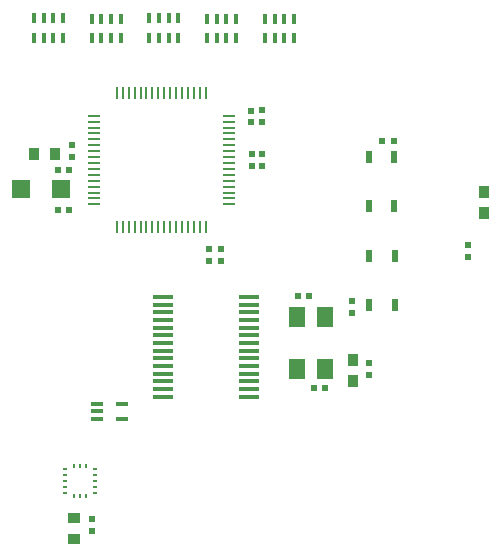
<source format=gbr>
%FSLAX25Y25*%
%MOIN*%
G04 EasyPC Gerber Version 18.0.8 Build 3632 *
%ADD115R,0.00881X0.04424*%
%ADD125R,0.00900X0.01700*%
%ADD126R,0.01300X0.03200*%
%ADD117R,0.02100X0.02100*%
%ADD123R,0.02300X0.03900*%
%ADD128R,0.03637X0.03991*%
%ADD120R,0.03640X0.04030*%
%ADD122R,0.05200X0.06800*%
%ADD85R,0.06000X0.06000*%
%ADD116R,0.04424X0.00881*%
%ADD124R,0.01700X0.00900*%
%ADD119R,0.06900X0.01400*%
%ADD127R,0.04300X0.01500*%
%ADD118R,0.02100X0.02100*%
%ADD121R,0.04030X0.03640*%
X0Y0D02*
D02*
D85*
X70750Y131250D03*
X84150D03*
D02*
D115*
X102750Y118409D03*
Y163291D03*
X104718Y118409D03*
Y163291D03*
X106687Y118409D03*
Y163291D03*
X108655Y118409D03*
Y163291D03*
X110624Y118409D03*
Y163291D03*
X112592Y118409D03*
Y163291D03*
X114561Y118409D03*
Y163291D03*
X116529Y118409D03*
Y163291D03*
X118498Y118409D03*
Y163291D03*
X120466Y118409D03*
Y163291D03*
X122435Y118409D03*
Y163291D03*
X124403Y118409D03*
Y163291D03*
X126372Y118409D03*
Y163291D03*
X128340Y118409D03*
Y163291D03*
X130309Y118409D03*
Y163291D03*
X132277Y118409D03*
Y163291D03*
D02*
D116*
X95073Y126086D03*
Y128055D03*
Y130023D03*
Y131992D03*
Y133960D03*
Y135929D03*
Y137897D03*
Y139866D03*
Y141834D03*
Y143803D03*
Y145771D03*
Y147740D03*
Y149708D03*
Y151677D03*
Y153645D03*
Y155614D03*
X139954Y126086D03*
Y128055D03*
Y130023D03*
Y131992D03*
Y133960D03*
Y135929D03*
Y137897D03*
Y139866D03*
Y141834D03*
Y143803D03*
Y145771D03*
Y147740D03*
Y149708D03*
Y151677D03*
Y153645D03*
Y155614D03*
D02*
D117*
X87650Y141850D03*
Y145750D03*
X94450Y17150D03*
Y21050D03*
X147450Y153450D03*
Y157350D03*
X147650Y138950D03*
Y142850D03*
X151150Y153550D03*
Y157450D03*
X151250Y138950D03*
Y142850D03*
X181150Y89950D03*
Y93850D03*
X186650Y69350D03*
Y73250D03*
X219850Y108650D03*
Y112550D03*
D02*
D118*
X82950Y124150D03*
Y137550D03*
X86850Y124150D03*
Y137550D03*
X133450Y107350D03*
Y111350D03*
X137350Y107350D03*
Y111350D03*
X162950Y95450D03*
X166850D03*
X168350Y64850D03*
X172250D03*
X191050Y147250D03*
X194950D03*
D02*
D119*
X118056Y61916D03*
Y64475D03*
Y67035D03*
Y69593D03*
Y72152D03*
Y74711D03*
Y77270D03*
Y79830D03*
Y82389D03*
Y84948D03*
Y87507D03*
Y90065D03*
Y92625D03*
Y95184D03*
X146844Y61916D03*
Y64475D03*
Y67035D03*
Y69593D03*
Y72152D03*
Y74711D03*
Y77270D03*
Y79830D03*
Y82389D03*
Y84948D03*
Y87507D03*
Y90065D03*
Y92625D03*
Y95184D03*
D02*
D120*
X75250Y142750D03*
X82250D03*
D02*
D121*
X88450Y14450D03*
Y21450D03*
D02*
D122*
X162850Y71350D03*
Y88650D03*
X172250Y71350D03*
Y88650D03*
D02*
D123*
X186650Y125450D03*
Y141850D03*
X186850Y92550D03*
Y108950D03*
X195150Y125450D03*
Y141850D03*
X195350Y92550D03*
Y108950D03*
D02*
D124*
X85481Y29881D03*
Y31881D03*
Y33881D03*
Y35881D03*
Y37881D03*
X95381Y29881D03*
Y31881D03*
Y33881D03*
Y35881D03*
Y37881D03*
D02*
D125*
X88381Y28881D03*
Y38881D03*
X90381Y28881D03*
Y38881D03*
X92381Y28881D03*
Y38881D03*
D02*
D126*
X75150Y181600D03*
Y188100D03*
X78350Y181600D03*
Y188100D03*
X81550Y181600D03*
Y188100D03*
X84750Y181600D03*
Y188100D03*
X94350Y181500D03*
Y188000D03*
X97550Y181500D03*
Y188000D03*
X100750Y181500D03*
Y188000D03*
X103950Y181500D03*
Y188000D03*
X113550Y181600D03*
Y188100D03*
X116750Y181600D03*
Y188100D03*
X119950Y181600D03*
Y188100D03*
X123150Y181600D03*
Y188100D03*
X132750Y181500D03*
Y188000D03*
X135950Y181500D03*
Y188000D03*
X139150Y181500D03*
Y188000D03*
X142350Y181500D03*
Y188000D03*
X152150Y181500D03*
Y188000D03*
X155350Y181500D03*
Y188000D03*
X158550Y181500D03*
Y188000D03*
X161750Y181500D03*
Y188000D03*
D02*
D127*
X96226Y54491D03*
Y57050D03*
Y59609D03*
X104474Y54491D03*
Y59609D03*
D02*
D128*
X181350Y67250D03*
Y74250D03*
X225050Y123150D03*
Y130150D03*
X0Y0D02*
M02*

</source>
